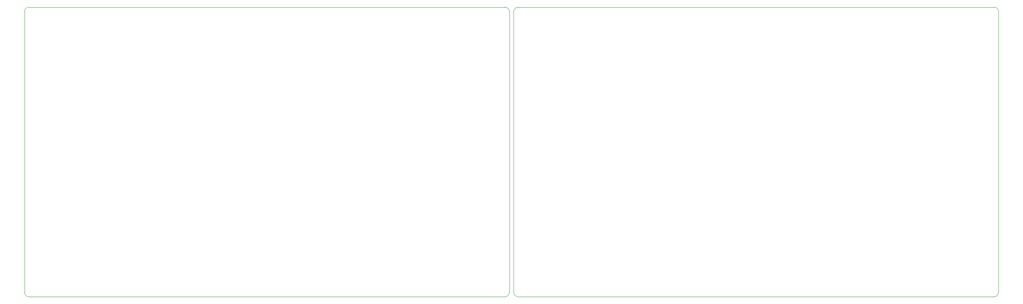
<source format=gbr>
G04 #@! TF.GenerationSoftware,KiCad,Pcbnew,(5.1.9)-1*
G04 #@! TF.CreationDate,2021-03-06T17:20:58-05:00*
G04 #@! TF.ProjectId,ya36,79613336-2e6b-4696-9361-645f70636258,rev?*
G04 #@! TF.SameCoordinates,Original*
G04 #@! TF.FileFunction,Profile,NP*
%FSLAX46Y46*%
G04 Gerber Fmt 4.6, Leading zero omitted, Abs format (unit mm)*
G04 Created by KiCad (PCBNEW (5.1.9)-1) date 2021-03-06 17:20:58*
%MOMM*%
%LPD*%
G01*
G04 APERTURE LIST*
G04 #@! TA.AperFunction,Profile*
%ADD10C,0.050000*%
G04 #@! TD*
G04 APERTURE END LIST*
D10*
X152000000Y-116000000D02*
X152000000Y-51000000D01*
X153000000Y-51000000D02*
X153000000Y-116000000D01*
X40000000Y-51000000D02*
G75*
G02*
X41000000Y-50000000I1000000J0D01*
G01*
X152000000Y-116000000D02*
G75*
G02*
X151000000Y-117000000I-1000000J0D01*
G01*
X41000000Y-117000000D02*
X151000000Y-117000000D01*
X41000000Y-117000000D02*
G75*
G02*
X40000000Y-116000000I0J1000000D01*
G01*
X151000000Y-50000000D02*
X41000000Y-50000000D01*
X40000000Y-51000000D02*
X40000000Y-116000000D01*
X151000000Y-50000000D02*
G75*
G02*
X152000000Y-51000000I0J-1000000D01*
G01*
X153000000Y-51000000D02*
G75*
G02*
X154000000Y-50000000I1000000J0D01*
G01*
X264000000Y-50000000D02*
G75*
G02*
X265000000Y-51000000I0J-1000000D01*
G01*
X265000000Y-116000000D02*
G75*
G02*
X264000000Y-117000000I-1000000J0D01*
G01*
X154000000Y-117000000D02*
G75*
G02*
X153000000Y-116000000I0J1000000D01*
G01*
X264000000Y-50000000D02*
X154000000Y-50000000D01*
X265000000Y-116000000D02*
X265000000Y-51000000D01*
X154000000Y-117000000D02*
X264000000Y-117000000D01*
M02*

</source>
